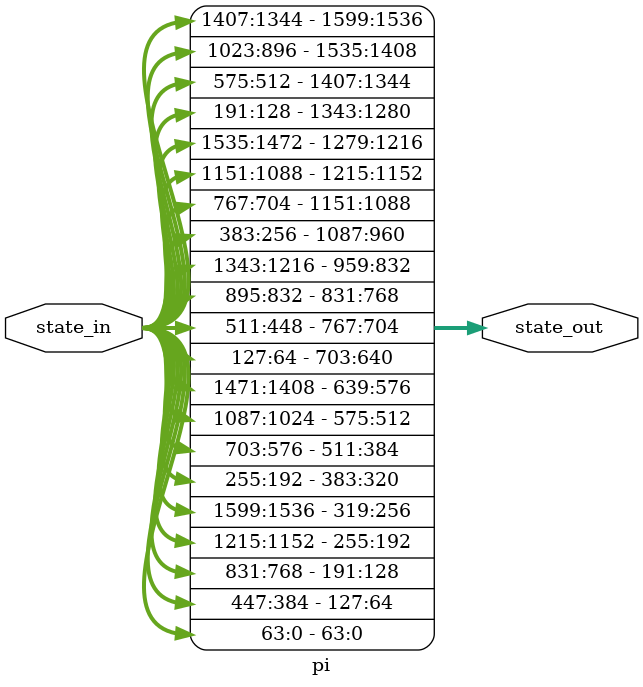
<source format=v>
`timescale 1ns / 1ps
module pi(input [1599:0] state_in,
				output [1599:0] state_out
    );

genvar i, j, k;

generate
	for (i = 0; i < 5; i=i+1) begin: iloop
		for (j = 0; j < 5; j=j+1) begin: jloop
			for (k = 0; k < 64; k=k+1) begin: kloop
				
					assign state_out[(j + 5*((2*i + 3*j)%5))*64 + k] = state_in[(5*j + i)*64 + k];
				
			end
		end
	end

endgenerate

endmodule

</source>
